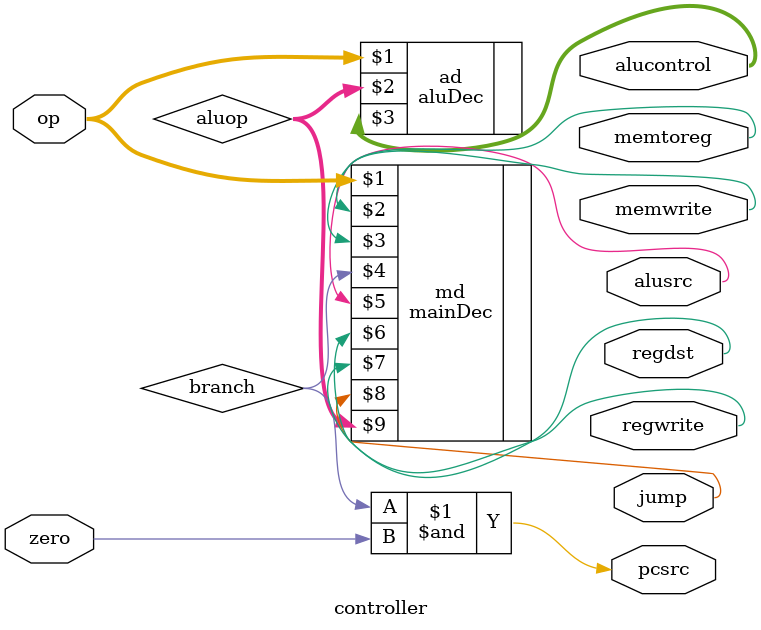
<source format=sv>

`ifndef CONTROLLER
`define CONTROLLER

`timescale 1ns/100ps

`include "../MainDec/mainDec.sv"
`include "../AluDec/aluDec.sv"

module controller(op, zero, regdst, jump, memtoreg, memwrite, alusrc, regwrite, pcsrc, alucontrol);
	input logic [4:0] op;
	input logic zero;
	output logic regdst, jump, memtoreg, memwrite, alusrc, regwrite, pcsrc;
	output logic [3:0] alucontrol;

	logic [1:0] aluop;
	logic branch;
    
	// CPU main decoder
	mainDec md(op, memtoreg, memwrite, branch, alusrc, regdst, regwrite, jump, aluop);
	// CPU's ALU decoder
	aluDec  ad(op, aluop, alucontrol);
	// AND Gate that is part of Control
	assign pcsrc = branch & zero;

endmodule //controller

`endif 

</source>
